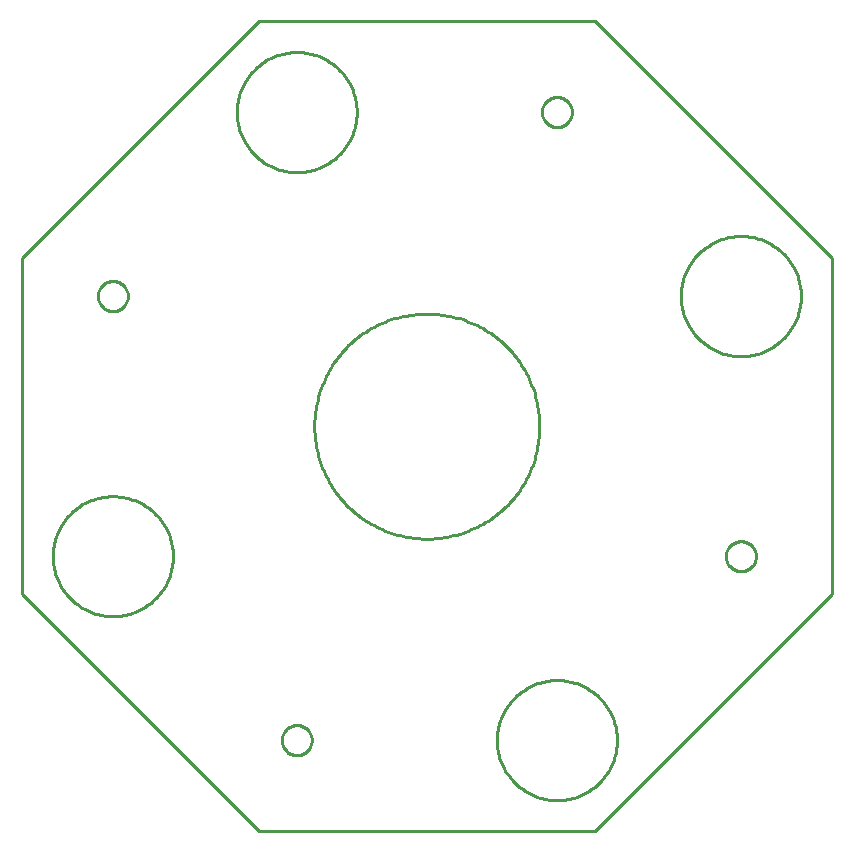
<source format=gbr>
G04 EAGLE Gerber RS-274X export*
G75*
%MOMM*%
%FSLAX34Y34*%
%LPD*%
%IN*%
%IPPOS*%
%AMOC8*
5,1,8,0,0,1.08239X$1,22.5*%
G01*
G04 Define Apertures*
%ADD10C,0.254000*%
D10*
X0Y200874D02*
X200874Y0D01*
X484953Y0D01*
X685827Y200874D01*
X685827Y484953D01*
X484953Y685827D01*
X200874Y685827D01*
X0Y484953D01*
X0Y200874D01*
X621487Y232286D02*
X621487Y233284D01*
X621409Y234279D01*
X621253Y235265D01*
X621020Y236235D01*
X620712Y237184D01*
X620330Y238106D01*
X619877Y238995D01*
X619355Y239846D01*
X618769Y240654D01*
X618120Y241413D01*
X617415Y242118D01*
X616656Y242766D01*
X615849Y243353D01*
X614998Y243874D01*
X614108Y244328D01*
X613186Y244709D01*
X612237Y245018D01*
X611267Y245251D01*
X610281Y245407D01*
X609286Y245485D01*
X608288Y245485D01*
X607293Y245407D01*
X606308Y245251D01*
X605337Y245018D01*
X604388Y244709D01*
X603466Y244328D01*
X602577Y243874D01*
X601726Y243353D01*
X600919Y242766D01*
X600160Y242118D01*
X599454Y241413D01*
X598806Y240654D01*
X598220Y239846D01*
X597698Y238995D01*
X597245Y238106D01*
X596863Y237184D01*
X596555Y236235D01*
X596322Y235265D01*
X596166Y234279D01*
X596087Y233284D01*
X596087Y232286D01*
X596166Y231291D01*
X596322Y230306D01*
X596555Y229335D01*
X596863Y228386D01*
X597245Y227464D01*
X597698Y226575D01*
X598220Y225724D01*
X598806Y224917D01*
X599454Y224158D01*
X600160Y223452D01*
X600919Y222804D01*
X601726Y222217D01*
X602577Y221696D01*
X603466Y221243D01*
X604388Y220861D01*
X605337Y220553D01*
X606308Y220320D01*
X607293Y220164D01*
X608288Y220085D01*
X609286Y220085D01*
X610281Y220164D01*
X611267Y220320D01*
X612237Y220553D01*
X613186Y220861D01*
X614108Y221243D01*
X614998Y221696D01*
X615849Y222217D01*
X616656Y222804D01*
X617415Y223452D01*
X618120Y224158D01*
X618769Y224917D01*
X619355Y225724D01*
X619877Y226575D01*
X620330Y227464D01*
X620712Y228386D01*
X621020Y229335D01*
X621253Y230306D01*
X621409Y231291D01*
X621487Y232286D01*
X465742Y608288D02*
X465742Y609286D01*
X465664Y610281D01*
X465508Y611267D01*
X465275Y612237D01*
X464966Y613186D01*
X464584Y614108D01*
X464131Y614998D01*
X463610Y615849D01*
X463023Y616656D01*
X462375Y617415D01*
X461670Y618120D01*
X460911Y618769D01*
X460103Y619355D01*
X459252Y619877D01*
X458363Y620330D01*
X457441Y620712D01*
X456492Y621020D01*
X455522Y621253D01*
X454536Y621409D01*
X453541Y621487D01*
X452543Y621487D01*
X451548Y621409D01*
X450563Y621253D01*
X449592Y621020D01*
X448643Y620712D01*
X447721Y620330D01*
X446832Y619877D01*
X445981Y619355D01*
X445174Y618769D01*
X444415Y618120D01*
X443709Y617415D01*
X443061Y616656D01*
X442474Y615849D01*
X441953Y614998D01*
X441500Y614108D01*
X441118Y613186D01*
X440809Y612237D01*
X440577Y611267D01*
X440420Y610281D01*
X440342Y609286D01*
X440342Y608288D01*
X440420Y607293D01*
X440577Y606308D01*
X440809Y605337D01*
X441118Y604388D01*
X441500Y603466D01*
X441953Y602577D01*
X442474Y601726D01*
X443061Y600919D01*
X443709Y600160D01*
X444415Y599454D01*
X445174Y598806D01*
X445981Y598220D01*
X446832Y597698D01*
X447721Y597245D01*
X448643Y596863D01*
X449592Y596555D01*
X450563Y596322D01*
X451548Y596166D01*
X452543Y596087D01*
X453541Y596087D01*
X454536Y596166D01*
X455522Y596322D01*
X456492Y596555D01*
X457441Y596863D01*
X458363Y597245D01*
X459252Y597698D01*
X460103Y598220D01*
X460911Y598806D01*
X461670Y599454D01*
X462375Y600160D01*
X463023Y600919D01*
X463610Y601726D01*
X464131Y602577D01*
X464584Y603466D01*
X464966Y604388D01*
X465275Y605337D01*
X465508Y606308D01*
X465664Y607293D01*
X465742Y608288D01*
X283585Y607790D02*
X283585Y609785D01*
X283507Y611779D01*
X283350Y613768D01*
X283116Y615749D01*
X282804Y617720D01*
X282414Y619676D01*
X281949Y621616D01*
X281407Y623537D01*
X280791Y625434D01*
X280100Y627306D01*
X279337Y629149D01*
X278501Y630961D01*
X277595Y632739D01*
X276621Y634480D01*
X275578Y636181D01*
X274470Y637840D01*
X273297Y639454D01*
X272062Y641021D01*
X270766Y642538D01*
X269412Y644003D01*
X268001Y645414D01*
X266536Y646768D01*
X265019Y648064D01*
X263452Y649299D01*
X261838Y650472D01*
X260179Y651580D01*
X258478Y652623D01*
X256737Y653598D01*
X254959Y654503D01*
X253147Y655339D01*
X251304Y656102D01*
X249432Y656793D01*
X247535Y657409D01*
X245614Y657951D01*
X243674Y658417D01*
X241717Y658806D01*
X239747Y659118D01*
X237765Y659352D01*
X235776Y659509D01*
X233783Y659587D01*
X231788Y659587D01*
X229794Y659509D01*
X227805Y659352D01*
X225824Y659118D01*
X223853Y658806D01*
X221896Y658417D01*
X219956Y657951D01*
X218036Y657409D01*
X216138Y656793D01*
X214267Y656102D01*
X212423Y655339D01*
X210611Y654503D01*
X208834Y653598D01*
X207093Y652623D01*
X205392Y651580D01*
X203733Y650472D01*
X202119Y649299D01*
X200552Y648064D01*
X199035Y646768D01*
X197570Y645414D01*
X196159Y644003D01*
X194804Y642538D01*
X193509Y641021D01*
X192274Y639454D01*
X191101Y637840D01*
X189992Y636181D01*
X188950Y634480D01*
X187975Y632739D01*
X187069Y630961D01*
X186234Y629149D01*
X185470Y627306D01*
X184780Y625434D01*
X184163Y623537D01*
X183622Y621616D01*
X183156Y619676D01*
X182767Y617720D01*
X182455Y615749D01*
X182220Y613768D01*
X182064Y611779D01*
X181985Y609785D01*
X181985Y607790D01*
X182064Y605796D01*
X182220Y603807D01*
X182455Y601826D01*
X182767Y599855D01*
X183156Y597898D01*
X183622Y595958D01*
X184163Y594038D01*
X184780Y592141D01*
X185470Y590269D01*
X186234Y588425D01*
X187069Y586613D01*
X187975Y584836D01*
X188950Y583095D01*
X189992Y581394D01*
X191101Y579735D01*
X192274Y578121D01*
X193509Y576554D01*
X194804Y575037D01*
X196159Y573572D01*
X197570Y572161D01*
X199035Y570807D01*
X200552Y569511D01*
X202119Y568276D01*
X203733Y567103D01*
X205392Y565994D01*
X207093Y564952D01*
X208834Y563977D01*
X210611Y563071D01*
X212423Y562236D01*
X214267Y561472D01*
X216138Y560782D01*
X218036Y560165D01*
X219956Y559624D01*
X221896Y559158D01*
X223853Y558769D01*
X225824Y558457D01*
X227805Y558222D01*
X229794Y558066D01*
X231788Y557987D01*
X233783Y557987D01*
X235776Y558066D01*
X237765Y558222D01*
X239747Y558457D01*
X241717Y558769D01*
X243674Y559158D01*
X245614Y559624D01*
X247535Y560165D01*
X249432Y560782D01*
X251304Y561472D01*
X253147Y562236D01*
X254959Y563071D01*
X256737Y563977D01*
X258478Y564952D01*
X260179Y565994D01*
X261838Y567103D01*
X263452Y568276D01*
X265019Y569511D01*
X266536Y570807D01*
X268001Y572161D01*
X269412Y573572D01*
X270766Y575037D01*
X272062Y576554D01*
X273297Y578121D01*
X274470Y579735D01*
X275578Y581394D01*
X276621Y583095D01*
X277595Y584836D01*
X278501Y586613D01*
X279337Y588425D01*
X280100Y590269D01*
X280791Y592141D01*
X281407Y594038D01*
X281949Y595958D01*
X282414Y597898D01*
X282804Y599855D01*
X283116Y601826D01*
X283350Y603807D01*
X283507Y605796D01*
X283585Y607790D01*
X127840Y231788D02*
X127840Y233783D01*
X127762Y235776D01*
X127605Y237765D01*
X127371Y239747D01*
X127059Y241717D01*
X126669Y243674D01*
X126204Y245614D01*
X125662Y247535D01*
X125045Y249432D01*
X124355Y251304D01*
X123591Y253147D01*
X122756Y254959D01*
X121850Y256737D01*
X120875Y258478D01*
X119833Y260179D01*
X118724Y261838D01*
X117552Y263452D01*
X116317Y265019D01*
X115021Y266536D01*
X113666Y268001D01*
X112256Y269412D01*
X110791Y270766D01*
X109273Y272062D01*
X107707Y273297D01*
X106092Y274470D01*
X104434Y275578D01*
X102732Y276621D01*
X100992Y277595D01*
X99214Y278501D01*
X97402Y279337D01*
X95559Y280100D01*
X93687Y280791D01*
X91789Y281407D01*
X89869Y281949D01*
X87929Y282414D01*
X85972Y282804D01*
X84002Y283116D01*
X82020Y283350D01*
X80031Y283507D01*
X78038Y283585D01*
X76042Y283585D01*
X74049Y283507D01*
X72060Y283350D01*
X70078Y283116D01*
X68108Y282804D01*
X66151Y282414D01*
X64211Y281949D01*
X62291Y281407D01*
X60393Y280791D01*
X58521Y280100D01*
X56678Y279337D01*
X54866Y278501D01*
X53088Y277595D01*
X51348Y276621D01*
X49647Y275578D01*
X47988Y274470D01*
X46373Y273297D01*
X44807Y272062D01*
X43289Y270766D01*
X41824Y269412D01*
X40414Y268001D01*
X39059Y266536D01*
X37764Y265019D01*
X36528Y263452D01*
X35356Y261838D01*
X34247Y260179D01*
X33205Y258478D01*
X32230Y256737D01*
X31324Y254959D01*
X30489Y253147D01*
X29725Y251304D01*
X29035Y249432D01*
X28418Y247535D01*
X27877Y245614D01*
X27411Y243674D01*
X27022Y241717D01*
X26709Y239747D01*
X26475Y237765D01*
X26318Y235776D01*
X26240Y233783D01*
X26240Y231788D01*
X26318Y229794D01*
X26475Y227805D01*
X26709Y225824D01*
X27022Y223853D01*
X27411Y221896D01*
X27877Y219956D01*
X28418Y218036D01*
X29035Y216138D01*
X29725Y214267D01*
X30489Y212423D01*
X31324Y210611D01*
X32230Y208834D01*
X33205Y207093D01*
X34247Y205392D01*
X35356Y203733D01*
X36528Y202119D01*
X37764Y200552D01*
X39059Y199035D01*
X40414Y197570D01*
X41824Y196159D01*
X43289Y194804D01*
X44807Y193509D01*
X46373Y192274D01*
X47988Y191101D01*
X49647Y189992D01*
X51348Y188950D01*
X53088Y187975D01*
X54866Y187069D01*
X56678Y186234D01*
X58521Y185470D01*
X60393Y184780D01*
X62291Y184163D01*
X64211Y183622D01*
X66151Y183156D01*
X68108Y182767D01*
X70078Y182455D01*
X72060Y182220D01*
X74049Y182064D01*
X76042Y181985D01*
X78038Y181985D01*
X80031Y182064D01*
X82020Y182220D01*
X84002Y182455D01*
X85972Y182767D01*
X87929Y183156D01*
X89869Y183622D01*
X91789Y184163D01*
X93687Y184780D01*
X95559Y185470D01*
X97402Y186234D01*
X99214Y187069D01*
X100992Y187975D01*
X102732Y188950D01*
X104434Y189992D01*
X106092Y191101D01*
X107707Y192274D01*
X109273Y193509D01*
X110791Y194804D01*
X112256Y196159D01*
X113666Y197570D01*
X115021Y199035D01*
X116317Y200552D01*
X117552Y202119D01*
X118724Y203733D01*
X119833Y205392D01*
X120875Y207093D01*
X121850Y208834D01*
X122756Y210611D01*
X123591Y212423D01*
X124355Y214267D01*
X125045Y216138D01*
X125662Y218036D01*
X126204Y219956D01*
X126669Y221896D01*
X127059Y223853D01*
X127371Y225824D01*
X127605Y227805D01*
X127762Y229794D01*
X127840Y231788D01*
X245485Y76541D02*
X245485Y77539D01*
X245407Y78534D01*
X245251Y79520D01*
X245018Y80490D01*
X244709Y81439D01*
X244328Y82361D01*
X243874Y83250D01*
X243353Y84101D01*
X242766Y84909D01*
X242118Y85667D01*
X241413Y86373D01*
X240654Y87021D01*
X239846Y87608D01*
X238995Y88129D01*
X238106Y88582D01*
X237184Y88964D01*
X236235Y89273D01*
X235265Y89506D01*
X234279Y89662D01*
X233284Y89740D01*
X232286Y89740D01*
X231291Y89662D01*
X230306Y89506D01*
X229335Y89273D01*
X228386Y88964D01*
X227464Y88582D01*
X226575Y88129D01*
X225724Y87608D01*
X224917Y87021D01*
X224158Y86373D01*
X223452Y85667D01*
X222804Y84909D01*
X222217Y84101D01*
X221696Y83250D01*
X221243Y82361D01*
X220861Y81439D01*
X220553Y80490D01*
X220320Y79520D01*
X220164Y78534D01*
X220085Y77539D01*
X220085Y76541D01*
X220164Y75546D01*
X220320Y74560D01*
X220553Y73590D01*
X220861Y72641D01*
X221243Y71719D01*
X221696Y70830D01*
X222217Y69979D01*
X222804Y69171D01*
X223452Y68413D01*
X224158Y67707D01*
X224917Y67059D01*
X225724Y66472D01*
X226575Y65951D01*
X227464Y65498D01*
X228386Y65116D01*
X229335Y64807D01*
X230306Y64574D01*
X231291Y64418D01*
X232286Y64340D01*
X233284Y64340D01*
X234279Y64418D01*
X235265Y64574D01*
X236235Y64807D01*
X237184Y65116D01*
X238106Y65498D01*
X238995Y65951D01*
X239846Y66472D01*
X240654Y67059D01*
X241413Y67707D01*
X242118Y68413D01*
X242766Y69171D01*
X243353Y69979D01*
X243874Y70830D01*
X244328Y71719D01*
X244709Y72641D01*
X245018Y73590D01*
X245251Y74560D01*
X245407Y75546D01*
X245485Y76541D01*
X89740Y452543D02*
X89740Y453541D01*
X89662Y454536D01*
X89506Y455522D01*
X89273Y456492D01*
X88964Y457441D01*
X88582Y458363D01*
X88129Y459252D01*
X87608Y460103D01*
X87021Y460911D01*
X86373Y461670D01*
X85667Y462375D01*
X84909Y463023D01*
X84101Y463610D01*
X83250Y464131D01*
X82361Y464584D01*
X81439Y464966D01*
X80490Y465275D01*
X79520Y465508D01*
X78534Y465664D01*
X77539Y465742D01*
X76541Y465742D01*
X75546Y465664D01*
X74560Y465508D01*
X73590Y465275D01*
X72641Y464966D01*
X71719Y464584D01*
X70830Y464131D01*
X69979Y463610D01*
X69171Y463023D01*
X68413Y462375D01*
X67707Y461670D01*
X67059Y460911D01*
X66472Y460103D01*
X65951Y459252D01*
X65498Y458363D01*
X65116Y457441D01*
X64807Y456492D01*
X64574Y455522D01*
X64418Y454536D01*
X64340Y453541D01*
X64340Y452543D01*
X64418Y451548D01*
X64574Y450563D01*
X64807Y449592D01*
X65116Y448643D01*
X65498Y447721D01*
X65951Y446832D01*
X66472Y445981D01*
X67059Y445174D01*
X67707Y444415D01*
X68413Y443709D01*
X69171Y443061D01*
X69979Y442474D01*
X70830Y441953D01*
X71719Y441500D01*
X72641Y441118D01*
X73590Y440809D01*
X74560Y440577D01*
X75546Y440420D01*
X76541Y440342D01*
X77539Y440342D01*
X78534Y440420D01*
X79520Y440577D01*
X80490Y440809D01*
X81439Y441118D01*
X82361Y441500D01*
X83250Y441953D01*
X84101Y442474D01*
X84909Y443061D01*
X85667Y443709D01*
X86373Y444415D01*
X87021Y445174D01*
X87608Y445981D01*
X88129Y446832D01*
X88582Y447721D01*
X88964Y448643D01*
X89273Y449592D01*
X89506Y450563D01*
X89662Y451548D01*
X89740Y452543D01*
X438164Y341578D02*
X438164Y344250D01*
X438089Y346920D01*
X437939Y349588D01*
X437714Y352251D01*
X437415Y354906D01*
X437042Y357551D01*
X436594Y360186D01*
X436073Y362806D01*
X435478Y365411D01*
X434811Y367998D01*
X434071Y370566D01*
X433260Y373112D01*
X432377Y375634D01*
X431424Y378130D01*
X430402Y380598D01*
X429311Y383037D01*
X428151Y385445D01*
X426925Y387819D01*
X425632Y390157D01*
X424275Y392458D01*
X422853Y394721D01*
X421369Y396942D01*
X419823Y399122D01*
X418216Y401257D01*
X416550Y403346D01*
X414826Y405387D01*
X413046Y407379D01*
X411210Y409321D01*
X409321Y411210D01*
X407379Y413046D01*
X405387Y414826D01*
X403346Y416550D01*
X401257Y418216D01*
X399122Y419823D01*
X396942Y421369D01*
X394721Y422853D01*
X392458Y424275D01*
X390157Y425632D01*
X387819Y426925D01*
X385445Y428151D01*
X383037Y429311D01*
X380598Y430402D01*
X378130Y431424D01*
X375634Y432377D01*
X373112Y433260D01*
X370566Y434071D01*
X367998Y434811D01*
X365411Y435478D01*
X362806Y436073D01*
X360186Y436594D01*
X357551Y437042D01*
X354906Y437415D01*
X352251Y437714D01*
X349588Y437939D01*
X346920Y438089D01*
X344250Y438164D01*
X341578Y438164D01*
X338907Y438089D01*
X336239Y437939D01*
X333577Y437714D01*
X330921Y437415D01*
X328276Y437042D01*
X325642Y436594D01*
X323021Y436073D01*
X320416Y435478D01*
X317829Y434811D01*
X315261Y434071D01*
X312716Y433260D01*
X310194Y432377D01*
X307697Y431424D01*
X305229Y430402D01*
X302790Y429311D01*
X300383Y428151D01*
X298009Y426925D01*
X295670Y425632D01*
X293369Y424275D01*
X291106Y422853D01*
X288885Y421369D01*
X286706Y419823D01*
X284571Y418216D01*
X282482Y416550D01*
X280440Y414826D01*
X278448Y413046D01*
X276506Y411210D01*
X274617Y409321D01*
X272781Y407379D01*
X271001Y405387D01*
X269277Y403346D01*
X267611Y401257D01*
X266005Y399122D01*
X264458Y396942D01*
X262974Y394721D01*
X261552Y392458D01*
X260195Y390157D01*
X258902Y387819D01*
X257676Y385445D01*
X256517Y383037D01*
X255425Y380598D01*
X254403Y378130D01*
X253450Y375634D01*
X252567Y373112D01*
X251756Y370566D01*
X251016Y367998D01*
X250349Y365411D01*
X249754Y362806D01*
X249233Y360186D01*
X248786Y357551D01*
X248412Y354906D01*
X248113Y352251D01*
X247888Y349588D01*
X247739Y346920D01*
X247664Y344250D01*
X247664Y341578D01*
X247739Y338907D01*
X247888Y336239D01*
X248113Y333577D01*
X248412Y330921D01*
X248786Y328276D01*
X249233Y325642D01*
X249754Y323021D01*
X250349Y320416D01*
X251016Y317829D01*
X251756Y315261D01*
X252567Y312716D01*
X253450Y310194D01*
X254403Y307697D01*
X255425Y305229D01*
X256517Y302790D01*
X257676Y300383D01*
X258902Y298009D01*
X260195Y295670D01*
X261552Y293369D01*
X262974Y291106D01*
X264458Y288885D01*
X266005Y286706D01*
X267611Y284571D01*
X269277Y282482D01*
X271001Y280440D01*
X272781Y278448D01*
X274617Y276506D01*
X276506Y274617D01*
X278448Y272781D01*
X280440Y271001D01*
X282482Y269277D01*
X284571Y267611D01*
X286706Y266005D01*
X288885Y264458D01*
X291106Y262974D01*
X293369Y261552D01*
X295670Y260195D01*
X298009Y258902D01*
X300383Y257676D01*
X302790Y256517D01*
X305229Y255425D01*
X307697Y254403D01*
X310194Y253450D01*
X312716Y252567D01*
X315261Y251756D01*
X317829Y251016D01*
X320416Y250349D01*
X323021Y249754D01*
X325642Y249233D01*
X328276Y248786D01*
X330921Y248412D01*
X333577Y248113D01*
X336239Y247888D01*
X338907Y247739D01*
X341578Y247664D01*
X344250Y247664D01*
X346920Y247739D01*
X349588Y247888D01*
X352251Y248113D01*
X354906Y248412D01*
X357551Y248786D01*
X360186Y249233D01*
X362806Y249754D01*
X365411Y250349D01*
X367998Y251016D01*
X370566Y251756D01*
X373112Y252567D01*
X375634Y253450D01*
X378130Y254403D01*
X380598Y255425D01*
X383037Y256517D01*
X385445Y257676D01*
X387819Y258902D01*
X390157Y260195D01*
X392458Y261552D01*
X394721Y262974D01*
X396942Y264458D01*
X399122Y266005D01*
X401257Y267611D01*
X403346Y269277D01*
X405387Y271001D01*
X407379Y272781D01*
X409321Y274617D01*
X411210Y276506D01*
X413046Y278448D01*
X414826Y280440D01*
X416550Y282482D01*
X418216Y284571D01*
X419823Y286706D01*
X421369Y288885D01*
X422853Y291106D01*
X424275Y293369D01*
X425632Y295670D01*
X426925Y298009D01*
X428151Y300383D01*
X429311Y302790D01*
X430402Y305229D01*
X431424Y307697D01*
X432377Y310194D01*
X433260Y312716D01*
X434071Y315261D01*
X434811Y317829D01*
X435478Y320416D01*
X436073Y323021D01*
X436594Y325642D01*
X437042Y328276D01*
X437415Y330921D01*
X437714Y333577D01*
X437939Y336239D01*
X438089Y338907D01*
X438164Y341578D01*
X659587Y452045D02*
X659587Y454040D01*
X659509Y456033D01*
X659352Y458022D01*
X659118Y460004D01*
X658806Y461974D01*
X658417Y463931D01*
X657951Y465871D01*
X657409Y467791D01*
X656793Y469689D01*
X656102Y471561D01*
X655339Y473404D01*
X654503Y475216D01*
X653598Y476994D01*
X652623Y478734D01*
X651580Y480436D01*
X650472Y482095D01*
X649299Y483709D01*
X648064Y485276D01*
X646768Y486793D01*
X645414Y488258D01*
X644003Y489669D01*
X642538Y491023D01*
X641021Y492319D01*
X639454Y493554D01*
X637840Y494727D01*
X636181Y495835D01*
X634480Y496877D01*
X632739Y497852D01*
X630961Y498758D01*
X629149Y499593D01*
X627306Y500357D01*
X625434Y501048D01*
X623537Y501664D01*
X621616Y502206D01*
X619676Y502671D01*
X617720Y503061D01*
X615749Y503373D01*
X613768Y503607D01*
X611779Y503764D01*
X609785Y503842D01*
X607790Y503842D01*
X605796Y503764D01*
X603807Y503607D01*
X601826Y503373D01*
X599855Y503061D01*
X597898Y502671D01*
X595958Y502206D01*
X594038Y501664D01*
X592141Y501048D01*
X590269Y500357D01*
X588425Y499593D01*
X586613Y498758D01*
X584836Y497852D01*
X583095Y496877D01*
X581394Y495835D01*
X579735Y494727D01*
X578121Y493554D01*
X576554Y492319D01*
X575037Y491023D01*
X573572Y489669D01*
X572161Y488258D01*
X570807Y486793D01*
X569511Y485276D01*
X568276Y483709D01*
X567103Y482095D01*
X565994Y480436D01*
X564952Y478734D01*
X563977Y476994D01*
X563071Y475216D01*
X562236Y473404D01*
X561472Y471561D01*
X560782Y469689D01*
X560165Y467791D01*
X559624Y465871D01*
X559158Y463931D01*
X558769Y461974D01*
X558457Y460004D01*
X558222Y458022D01*
X558066Y456033D01*
X557987Y454040D01*
X557987Y452045D01*
X558066Y450051D01*
X558222Y448062D01*
X558457Y446081D01*
X558769Y444110D01*
X559158Y442153D01*
X559624Y440213D01*
X560165Y438293D01*
X560782Y436395D01*
X561472Y434523D01*
X562236Y432680D01*
X563071Y430868D01*
X563977Y429091D01*
X564952Y427350D01*
X565994Y425649D01*
X567103Y423990D01*
X568276Y422376D01*
X569511Y420809D01*
X570807Y419292D01*
X572161Y417826D01*
X573572Y416416D01*
X575037Y415061D01*
X576554Y413766D01*
X578121Y412530D01*
X579735Y411358D01*
X581394Y410249D01*
X583095Y409207D01*
X584836Y408232D01*
X586613Y407326D01*
X588425Y406491D01*
X590269Y405727D01*
X592141Y405037D01*
X594038Y404420D01*
X595958Y403879D01*
X597898Y403413D01*
X599855Y403024D01*
X601826Y402711D01*
X603807Y402477D01*
X605796Y402320D01*
X607790Y402242D01*
X609785Y402242D01*
X611779Y402320D01*
X613768Y402477D01*
X615749Y402711D01*
X617720Y403024D01*
X619676Y403413D01*
X621616Y403879D01*
X623537Y404420D01*
X625434Y405037D01*
X627306Y405727D01*
X629149Y406491D01*
X630961Y407326D01*
X632739Y408232D01*
X634480Y409207D01*
X636181Y410249D01*
X637840Y411358D01*
X639454Y412530D01*
X641021Y413766D01*
X642538Y415061D01*
X644003Y416416D01*
X645414Y417826D01*
X646768Y419292D01*
X648064Y420809D01*
X649299Y422376D01*
X650472Y423990D01*
X651580Y425649D01*
X652623Y427350D01*
X653598Y429091D01*
X654503Y430868D01*
X655339Y432680D01*
X656102Y434523D01*
X656793Y436395D01*
X657409Y438293D01*
X657951Y440213D01*
X658417Y442153D01*
X658806Y444110D01*
X659118Y446081D01*
X659352Y448062D01*
X659509Y450051D01*
X659587Y452045D01*
X503842Y76042D02*
X503842Y78038D01*
X503764Y80031D01*
X503607Y82020D01*
X503373Y84002D01*
X503061Y85972D01*
X502671Y87929D01*
X502206Y89869D01*
X501664Y91789D01*
X501048Y93687D01*
X500357Y95559D01*
X499593Y97402D01*
X498758Y99214D01*
X497852Y100992D01*
X496877Y102732D01*
X495835Y104434D01*
X494727Y106092D01*
X493554Y107707D01*
X492319Y109273D01*
X491023Y110791D01*
X489669Y112256D01*
X488258Y113666D01*
X486793Y115021D01*
X485276Y116317D01*
X483709Y117552D01*
X482095Y118724D01*
X480436Y119833D01*
X478734Y120875D01*
X476994Y121850D01*
X475216Y122756D01*
X473404Y123591D01*
X471561Y124355D01*
X469689Y125045D01*
X467791Y125662D01*
X465871Y126204D01*
X463931Y126669D01*
X461974Y127059D01*
X460004Y127371D01*
X458022Y127605D01*
X456033Y127762D01*
X454040Y127840D01*
X452045Y127840D01*
X450051Y127762D01*
X448062Y127605D01*
X446081Y127371D01*
X444110Y127059D01*
X442153Y126669D01*
X440213Y126204D01*
X438293Y125662D01*
X436395Y125045D01*
X434523Y124355D01*
X432680Y123591D01*
X430868Y122756D01*
X429091Y121850D01*
X427350Y120875D01*
X425649Y119833D01*
X423990Y118724D01*
X422376Y117552D01*
X420809Y116317D01*
X419292Y115021D01*
X417826Y113666D01*
X416416Y112256D01*
X415061Y110791D01*
X413766Y109273D01*
X412530Y107707D01*
X411358Y106092D01*
X410249Y104434D01*
X409207Y102732D01*
X408232Y100992D01*
X407326Y99214D01*
X406491Y97402D01*
X405727Y95559D01*
X405037Y93687D01*
X404420Y91789D01*
X403879Y89869D01*
X403413Y87929D01*
X403024Y85972D01*
X402711Y84002D01*
X402477Y82020D01*
X402320Y80031D01*
X402242Y78038D01*
X402242Y76042D01*
X402320Y74049D01*
X402477Y72060D01*
X402711Y70078D01*
X403024Y68108D01*
X403413Y66151D01*
X403879Y64211D01*
X404420Y62291D01*
X405037Y60393D01*
X405727Y58521D01*
X406491Y56678D01*
X407326Y54866D01*
X408232Y53088D01*
X409207Y51348D01*
X410249Y49647D01*
X411358Y47988D01*
X412530Y46373D01*
X413766Y44807D01*
X415061Y43289D01*
X416416Y41824D01*
X417826Y40414D01*
X419292Y39059D01*
X420809Y37764D01*
X422376Y36528D01*
X423990Y35356D01*
X425649Y34247D01*
X427350Y33205D01*
X429091Y32230D01*
X430868Y31324D01*
X432680Y30489D01*
X434523Y29725D01*
X436395Y29035D01*
X438293Y28418D01*
X440213Y27877D01*
X442153Y27411D01*
X444110Y27022D01*
X446081Y26709D01*
X448062Y26475D01*
X450051Y26318D01*
X452045Y26240D01*
X454040Y26240D01*
X456033Y26318D01*
X458022Y26475D01*
X460004Y26709D01*
X461974Y27022D01*
X463931Y27411D01*
X465871Y27877D01*
X467791Y28418D01*
X469689Y29035D01*
X471561Y29725D01*
X473404Y30489D01*
X475216Y31324D01*
X476994Y32230D01*
X478734Y33205D01*
X480436Y34247D01*
X482095Y35356D01*
X483709Y36528D01*
X485276Y37764D01*
X486793Y39059D01*
X488258Y40414D01*
X489669Y41824D01*
X491023Y43289D01*
X492319Y44807D01*
X493554Y46373D01*
X494727Y47988D01*
X495835Y49647D01*
X496877Y51348D01*
X497852Y53088D01*
X498758Y54866D01*
X499593Y56678D01*
X500357Y58521D01*
X501048Y60393D01*
X501664Y62291D01*
X502206Y64211D01*
X502671Y66151D01*
X503061Y68108D01*
X503373Y70078D01*
X503607Y72060D01*
X503764Y74049D01*
X503842Y76042D01*
M02*

</source>
